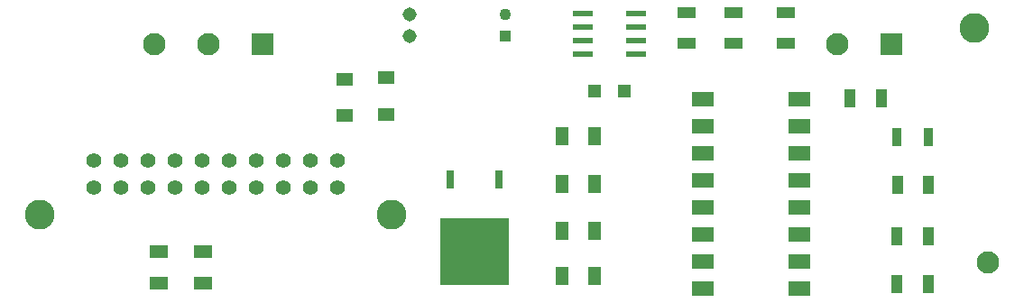
<source format=gbr>
%TF.GenerationSoftware,KiCad,Pcbnew,9.0.0*%
%TF.CreationDate,2025-11-28T03:58:01-07:00*%
%TF.ProjectId,signal-board,7369676e-616c-42d6-926f-6172642e6b69,rev?*%
%TF.SameCoordinates,Original*%
%TF.FileFunction,Soldermask,Bot*%
%TF.FilePolarity,Negative*%
%FSLAX46Y46*%
G04 Gerber Fmt 4.6, Leading zero omitted, Abs format (unit mm)*
G04 Created by KiCad (PCBNEW 9.0.0) date 2025-11-28 03:58:01*
%MOMM*%
%LPD*%
G01*
G04 APERTURE LIST*
%ADD10R,2.100000X2.100000*%
%ADD11C,2.100000*%
%ADD12R,1.050000X1.720000*%
%ADD13R,0.890000X1.680000*%
%ADD14R,1.770000X1.170000*%
%ADD15R,1.200000X1.200000*%
%ADD16R,0.711200X1.701800*%
%ADD17R,6.553200X6.223000*%
%ADD18R,1.170000X1.770000*%
%ADD19C,2.794000*%
%ADD20R,1.720000X1.050000*%
%ADD21R,1.100000X1.100000*%
%ADD22C,1.100000*%
%ADD23R,1.500000X1.250000*%
%ADD24C,1.397000*%
%ADD25R,2.090000X1.390000*%
%ADD26R,1.981200X0.558800*%
%ADD27C,1.308000*%
G04 APERTURE END LIST*
D10*
%TO.C,J1*%
X186002500Y-75090000D03*
D11*
X180922500Y-75090000D03*
%TD*%
%TO.C,*%
X195070000Y-95640000D03*
%TD*%
D12*
%TO.C,R5*%
X182120000Y-80190000D03*
X185040000Y-80190000D03*
%TD*%
D13*
%TO.C,R4*%
X186475000Y-83840000D03*
X189465000Y-83840000D03*
%TD*%
D12*
%TO.C,R1*%
X186510000Y-97690000D03*
X189430000Y-97690000D03*
%TD*%
%TO.C,R2*%
X186510000Y-93190000D03*
X189430000Y-93190000D03*
%TD*%
%TO.C,R3*%
X186550000Y-88340000D03*
X189470000Y-88340000D03*
%TD*%
D10*
%TO.C,J2*%
X126992500Y-75106000D03*
D11*
X121912500Y-75106000D03*
X116832500Y-75106000D03*
%TD*%
D14*
%TO.C,R18*%
X117250000Y-94572000D03*
X117250000Y-97560000D03*
%TD*%
D15*
%TO.C,U4*%
X158090000Y-79528100D03*
X160890000Y-79528100D03*
%TD*%
D16*
%TO.C,U5*%
X149150001Y-87809600D03*
D17*
X146850000Y-94566000D03*
D16*
X144549999Y-87809600D03*
%TD*%
D14*
%TO.C,R17*%
X121420000Y-94572000D03*
X121420000Y-97560000D03*
%TD*%
D18*
%TO.C,R12*%
X155096000Y-88278100D03*
X158084000Y-88278100D03*
%TD*%
D19*
%TO.C,*%
X193800000Y-73590000D03*
%TD*%
D20*
%TO.C,R6*%
X176060000Y-75070000D03*
X176060000Y-72150000D03*
%TD*%
D21*
%TO.C,C4*%
X149750000Y-74358100D03*
D22*
X149750000Y-72358100D03*
%TD*%
D23*
%TO.C,R19*%
X134640000Y-78403100D03*
X134640000Y-81853100D03*
%TD*%
D20*
%TO.C,R22*%
X166730000Y-75058100D03*
X166730000Y-72138100D03*
%TD*%
D24*
%TO.C,J6*%
X133954900Y-86080851D03*
X131414900Y-86080851D03*
X128874900Y-86080851D03*
X126334900Y-86080851D03*
X123794900Y-86080851D03*
X121254900Y-86080851D03*
X118714900Y-86080851D03*
X116174900Y-86080851D03*
X113634900Y-86080851D03*
X111094900Y-86080851D03*
X133954900Y-88620851D03*
X131414900Y-88620851D03*
X128874900Y-88620851D03*
X126334900Y-88620851D03*
X123794900Y-88620851D03*
X121254900Y-88620851D03*
X118714900Y-88620851D03*
X116174900Y-88620851D03*
X113634900Y-88620851D03*
X111094900Y-88620851D03*
D19*
X139034900Y-91160851D03*
X106014900Y-91160851D03*
%TD*%
D18*
%TO.C,R9*%
X155096000Y-96878100D03*
X158084000Y-96878100D03*
%TD*%
D25*
%TO.C,U2*%
X168250000Y-80276000D03*
X168250000Y-82816000D03*
X168250000Y-85356000D03*
X168250000Y-87896000D03*
X168250000Y-90436000D03*
X168250000Y-92976000D03*
X168250000Y-95516000D03*
X168250000Y-98056000D03*
X177330000Y-98056000D03*
X177330000Y-95516000D03*
X177330000Y-92976000D03*
X177330000Y-90436000D03*
X177330000Y-87896000D03*
X177330000Y-85356000D03*
X177330000Y-82816000D03*
X177330000Y-80276000D03*
%TD*%
D26*
%TO.C,U3*%
X161983800Y-76103100D03*
X161983800Y-74833100D03*
X161983800Y-73563100D03*
X161983800Y-72293100D03*
X157056200Y-72293100D03*
X157056200Y-73563100D03*
X157056200Y-74833100D03*
X157056200Y-76103100D03*
%TD*%
D18*
%TO.C,R10*%
X155096000Y-92628100D03*
X158084000Y-92628100D03*
%TD*%
D20*
%TO.C,R20*%
X171130000Y-75058100D03*
X171130000Y-72138100D03*
%TD*%
D27*
%TO.C,C5*%
X140790000Y-72328100D03*
X140790000Y-74328100D03*
%TD*%
D23*
%TO.C,R21*%
X138560000Y-81753100D03*
X138560000Y-78303100D03*
%TD*%
D18*
%TO.C,R11*%
X155096000Y-83728100D03*
X158084000Y-83728100D03*
%TD*%
M02*

</source>
